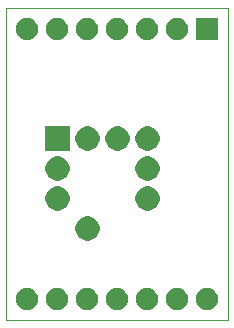
<source format=gbr>
G04 #@! TF.GenerationSoftware,KiCad,Pcbnew,(5.1.5)-3*
G04 #@! TF.CreationDate,2020-03-16T23:27:22+01:00*
G04 #@! TF.ProjectId,switch,73776974-6368-42e6-9b69-6361645f7063,rev?*
G04 #@! TF.SameCoordinates,PX18f3350PY2d4c310*
G04 #@! TF.FileFunction,Soldermask,Top*
G04 #@! TF.FilePolarity,Negative*
%FSLAX46Y46*%
G04 Gerber Fmt 4.6, Leading zero omitted, Abs format (unit mm)*
G04 Created by KiCad (PCBNEW (5.1.5)-3) date 2020-03-16 23:27:22*
%MOMM*%
%LPD*%
G04 APERTURE LIST*
%ADD10C,0.050000*%
%ADD11C,0.020000*%
G04 APERTURE END LIST*
D10*
X18796000Y26416000D02*
X0Y26416000D01*
X18796000Y0D02*
X18796000Y26416000D01*
X0Y0D02*
X18796000Y0D01*
X0Y26416000D02*
X0Y0D01*
D11*
G36*
X2051867Y2680819D02*
G01*
X2222736Y2610042D01*
X2376514Y2507291D01*
X2507291Y2376514D01*
X2610042Y2222736D01*
X2680819Y2051867D01*
X2716900Y1870474D01*
X2716900Y1685526D01*
X2680819Y1504133D01*
X2610042Y1333264D01*
X2507291Y1179486D01*
X2376514Y1048709D01*
X2222736Y945958D01*
X2051867Y875181D01*
X1870474Y839100D01*
X1685526Y839100D01*
X1504133Y875181D01*
X1333264Y945958D01*
X1179486Y1048709D01*
X1048709Y1179486D01*
X945958Y1333264D01*
X875181Y1504133D01*
X839100Y1685526D01*
X839100Y1870474D01*
X875181Y2051867D01*
X945958Y2222736D01*
X1048709Y2376514D01*
X1179486Y2507291D01*
X1333264Y2610042D01*
X1504133Y2680819D01*
X1685526Y2716900D01*
X1870474Y2716900D01*
X2051867Y2680819D01*
G37*
G36*
X4591867Y2680819D02*
G01*
X4762736Y2610042D01*
X4916514Y2507291D01*
X5047291Y2376514D01*
X5150042Y2222736D01*
X5220819Y2051867D01*
X5256900Y1870474D01*
X5256900Y1685526D01*
X5220819Y1504133D01*
X5150042Y1333264D01*
X5047291Y1179486D01*
X4916514Y1048709D01*
X4762736Y945958D01*
X4591867Y875181D01*
X4410474Y839100D01*
X4225526Y839100D01*
X4044133Y875181D01*
X3873264Y945958D01*
X3719486Y1048709D01*
X3588709Y1179486D01*
X3485958Y1333264D01*
X3415181Y1504133D01*
X3379100Y1685526D01*
X3379100Y1870474D01*
X3415181Y2051867D01*
X3485958Y2222736D01*
X3588709Y2376514D01*
X3719486Y2507291D01*
X3873264Y2610042D01*
X4044133Y2680819D01*
X4225526Y2716900D01*
X4410474Y2716900D01*
X4591867Y2680819D01*
G37*
G36*
X7131867Y2680819D02*
G01*
X7302736Y2610042D01*
X7456514Y2507291D01*
X7587291Y2376514D01*
X7690042Y2222736D01*
X7760819Y2051867D01*
X7796900Y1870474D01*
X7796900Y1685526D01*
X7760819Y1504133D01*
X7690042Y1333264D01*
X7587291Y1179486D01*
X7456514Y1048709D01*
X7302736Y945958D01*
X7131867Y875181D01*
X6950474Y839100D01*
X6765526Y839100D01*
X6584133Y875181D01*
X6413264Y945958D01*
X6259486Y1048709D01*
X6128709Y1179486D01*
X6025958Y1333264D01*
X5955181Y1504133D01*
X5919100Y1685526D01*
X5919100Y1870474D01*
X5955181Y2051867D01*
X6025958Y2222736D01*
X6128709Y2376514D01*
X6259486Y2507291D01*
X6413264Y2610042D01*
X6584133Y2680819D01*
X6765526Y2716900D01*
X6950474Y2716900D01*
X7131867Y2680819D01*
G37*
G36*
X9671867Y2680819D02*
G01*
X9842736Y2610042D01*
X9996514Y2507291D01*
X10127291Y2376514D01*
X10230042Y2222736D01*
X10300819Y2051867D01*
X10336900Y1870474D01*
X10336900Y1685526D01*
X10300819Y1504133D01*
X10230042Y1333264D01*
X10127291Y1179486D01*
X9996514Y1048709D01*
X9842736Y945958D01*
X9671867Y875181D01*
X9490474Y839100D01*
X9305526Y839100D01*
X9124133Y875181D01*
X8953264Y945958D01*
X8799486Y1048709D01*
X8668709Y1179486D01*
X8565958Y1333264D01*
X8495181Y1504133D01*
X8459100Y1685526D01*
X8459100Y1870474D01*
X8495181Y2051867D01*
X8565958Y2222736D01*
X8668709Y2376514D01*
X8799486Y2507291D01*
X8953264Y2610042D01*
X9124133Y2680819D01*
X9305526Y2716900D01*
X9490474Y2716900D01*
X9671867Y2680819D01*
G37*
G36*
X12211867Y2680819D02*
G01*
X12382736Y2610042D01*
X12536514Y2507291D01*
X12667291Y2376514D01*
X12770042Y2222736D01*
X12840819Y2051867D01*
X12876900Y1870474D01*
X12876900Y1685526D01*
X12840819Y1504133D01*
X12770042Y1333264D01*
X12667291Y1179486D01*
X12536514Y1048709D01*
X12382736Y945958D01*
X12211867Y875181D01*
X12030474Y839100D01*
X11845526Y839100D01*
X11664133Y875181D01*
X11493264Y945958D01*
X11339486Y1048709D01*
X11208709Y1179486D01*
X11105958Y1333264D01*
X11035181Y1504133D01*
X10999100Y1685526D01*
X10999100Y1870474D01*
X11035181Y2051867D01*
X11105958Y2222736D01*
X11208709Y2376514D01*
X11339486Y2507291D01*
X11493264Y2610042D01*
X11664133Y2680819D01*
X11845526Y2716900D01*
X12030474Y2716900D01*
X12211867Y2680819D01*
G37*
G36*
X17291867Y2680819D02*
G01*
X17462736Y2610042D01*
X17616514Y2507291D01*
X17747291Y2376514D01*
X17850042Y2222736D01*
X17920819Y2051867D01*
X17956900Y1870474D01*
X17956900Y1685526D01*
X17920819Y1504133D01*
X17850042Y1333264D01*
X17747291Y1179486D01*
X17616514Y1048709D01*
X17462736Y945958D01*
X17291867Y875181D01*
X17110474Y839100D01*
X16925526Y839100D01*
X16744133Y875181D01*
X16573264Y945958D01*
X16419486Y1048709D01*
X16288709Y1179486D01*
X16185958Y1333264D01*
X16115181Y1504133D01*
X16079100Y1685526D01*
X16079100Y1870474D01*
X16115181Y2051867D01*
X16185958Y2222736D01*
X16288709Y2376514D01*
X16419486Y2507291D01*
X16573264Y2610042D01*
X16744133Y2680819D01*
X16925526Y2716900D01*
X17110474Y2716900D01*
X17291867Y2680819D01*
G37*
G36*
X14751867Y2680819D02*
G01*
X14922736Y2610042D01*
X15076514Y2507291D01*
X15207291Y2376514D01*
X15310042Y2222736D01*
X15380819Y2051867D01*
X15416900Y1870474D01*
X15416900Y1685526D01*
X15380819Y1504133D01*
X15310042Y1333264D01*
X15207291Y1179486D01*
X15076514Y1048709D01*
X14922736Y945958D01*
X14751867Y875181D01*
X14570474Y839100D01*
X14385526Y839100D01*
X14204133Y875181D01*
X14033264Y945958D01*
X13879486Y1048709D01*
X13748709Y1179486D01*
X13645958Y1333264D01*
X13575181Y1504133D01*
X13539100Y1685526D01*
X13539100Y1870474D01*
X13575181Y2051867D01*
X13645958Y2222736D01*
X13748709Y2376514D01*
X13879486Y2507291D01*
X14033264Y2610042D01*
X14204133Y2680819D01*
X14385526Y2716900D01*
X14570474Y2716900D01*
X14751867Y2680819D01*
G37*
G36*
X7213533Y8745977D02*
G01*
X7213535Y8745976D01*
X7213536Y8745976D01*
X7402604Y8667661D01*
X7572762Y8553965D01*
X7717465Y8409262D01*
X7831161Y8239104D01*
X7909477Y8050033D01*
X7949400Y7849323D01*
X7949400Y7644677D01*
X7909477Y7443967D01*
X7831161Y7254896D01*
X7717465Y7084738D01*
X7572762Y6940035D01*
X7402604Y6826339D01*
X7213536Y6748024D01*
X7213535Y6748024D01*
X7213533Y6748023D01*
X7012823Y6708100D01*
X6808177Y6708100D01*
X6607467Y6748023D01*
X6607465Y6748024D01*
X6607464Y6748024D01*
X6418396Y6826339D01*
X6248238Y6940035D01*
X6103535Y7084738D01*
X5989839Y7254896D01*
X5911523Y7443967D01*
X5871600Y7644677D01*
X5871600Y7849323D01*
X5911523Y8050033D01*
X5989839Y8239104D01*
X6103535Y8409262D01*
X6248238Y8553965D01*
X6418396Y8667661D01*
X6607464Y8745976D01*
X6607465Y8745976D01*
X6607467Y8745977D01*
X6808177Y8785900D01*
X7012823Y8785900D01*
X7213533Y8745977D01*
G37*
G36*
X4673533Y11285977D02*
G01*
X4673535Y11285976D01*
X4673536Y11285976D01*
X4862604Y11207661D01*
X5032762Y11093965D01*
X5177465Y10949262D01*
X5291161Y10779104D01*
X5369477Y10590033D01*
X5409400Y10389323D01*
X5409400Y10184677D01*
X5369477Y9983967D01*
X5291161Y9794896D01*
X5177465Y9624738D01*
X5032762Y9480035D01*
X4862604Y9366339D01*
X4673536Y9288024D01*
X4673535Y9288024D01*
X4673533Y9288023D01*
X4472823Y9248100D01*
X4268177Y9248100D01*
X4067467Y9288023D01*
X4067465Y9288024D01*
X4067464Y9288024D01*
X3878396Y9366339D01*
X3708238Y9480035D01*
X3563535Y9624738D01*
X3449839Y9794896D01*
X3371523Y9983967D01*
X3331600Y10184677D01*
X3331600Y10389323D01*
X3371523Y10590033D01*
X3449839Y10779104D01*
X3563535Y10949262D01*
X3708238Y11093965D01*
X3878396Y11207661D01*
X4067464Y11285976D01*
X4067465Y11285976D01*
X4067467Y11285977D01*
X4268177Y11325900D01*
X4472823Y11325900D01*
X4673533Y11285977D01*
G37*
G36*
X12293533Y11285977D02*
G01*
X12293535Y11285976D01*
X12293536Y11285976D01*
X12482604Y11207661D01*
X12652762Y11093965D01*
X12797465Y10949262D01*
X12911161Y10779104D01*
X12989477Y10590033D01*
X13029400Y10389323D01*
X13029400Y10184677D01*
X12989477Y9983967D01*
X12911161Y9794896D01*
X12797465Y9624738D01*
X12652762Y9480035D01*
X12482604Y9366339D01*
X12293536Y9288024D01*
X12293535Y9288024D01*
X12293533Y9288023D01*
X12092823Y9248100D01*
X11888177Y9248100D01*
X11687467Y9288023D01*
X11687465Y9288024D01*
X11687464Y9288024D01*
X11498396Y9366339D01*
X11328238Y9480035D01*
X11183535Y9624738D01*
X11069839Y9794896D01*
X10991523Y9983967D01*
X10951600Y10184677D01*
X10951600Y10389323D01*
X10991523Y10590033D01*
X11069839Y10779104D01*
X11183535Y10949262D01*
X11328238Y11093965D01*
X11498396Y11207661D01*
X11687464Y11285976D01*
X11687465Y11285976D01*
X11687467Y11285977D01*
X11888177Y11325900D01*
X12092823Y11325900D01*
X12293533Y11285977D01*
G37*
G36*
X12293533Y13825977D02*
G01*
X12293535Y13825976D01*
X12293536Y13825976D01*
X12482604Y13747661D01*
X12652762Y13633965D01*
X12797465Y13489262D01*
X12911161Y13319104D01*
X12989477Y13130033D01*
X13029400Y12929323D01*
X13029400Y12724677D01*
X12989477Y12523967D01*
X12911161Y12334896D01*
X12797465Y12164738D01*
X12652762Y12020035D01*
X12482604Y11906339D01*
X12293536Y11828024D01*
X12293535Y11828024D01*
X12293533Y11828023D01*
X12092823Y11788100D01*
X11888177Y11788100D01*
X11687467Y11828023D01*
X11687465Y11828024D01*
X11687464Y11828024D01*
X11498396Y11906339D01*
X11328238Y12020035D01*
X11183535Y12164738D01*
X11069839Y12334896D01*
X10991523Y12523967D01*
X10951600Y12724677D01*
X10951600Y12929323D01*
X10991523Y13130033D01*
X11069839Y13319104D01*
X11183535Y13489262D01*
X11328238Y13633965D01*
X11498396Y13747661D01*
X11687464Y13825976D01*
X11687465Y13825976D01*
X11687467Y13825977D01*
X11888177Y13865900D01*
X12092823Y13865900D01*
X12293533Y13825977D01*
G37*
G36*
X4673533Y13825977D02*
G01*
X4673535Y13825976D01*
X4673536Y13825976D01*
X4862604Y13747661D01*
X5032762Y13633965D01*
X5177465Y13489262D01*
X5291161Y13319104D01*
X5369477Y13130033D01*
X5409400Y12929323D01*
X5409400Y12724677D01*
X5369477Y12523967D01*
X5291161Y12334896D01*
X5177465Y12164738D01*
X5032762Y12020035D01*
X4862604Y11906339D01*
X4673536Y11828024D01*
X4673535Y11828024D01*
X4673533Y11828023D01*
X4472823Y11788100D01*
X4268177Y11788100D01*
X4067467Y11828023D01*
X4067465Y11828024D01*
X4067464Y11828024D01*
X3878396Y11906339D01*
X3708238Y12020035D01*
X3563535Y12164738D01*
X3449839Y12334896D01*
X3371523Y12523967D01*
X3331600Y12724677D01*
X3331600Y12929323D01*
X3371523Y13130033D01*
X3449839Y13319104D01*
X3563535Y13489262D01*
X3708238Y13633965D01*
X3878396Y13747661D01*
X4067464Y13825976D01*
X4067465Y13825976D01*
X4067467Y13825977D01*
X4268177Y13865900D01*
X4472823Y13865900D01*
X4673533Y13825977D01*
G37*
G36*
X5409400Y14328100D02*
G01*
X3331600Y14328100D01*
X3331600Y16405900D01*
X5409400Y16405900D01*
X5409400Y14328100D01*
G37*
G36*
X12293533Y16365977D02*
G01*
X12293535Y16365976D01*
X12293536Y16365976D01*
X12482604Y16287661D01*
X12652762Y16173965D01*
X12797465Y16029262D01*
X12911161Y15859104D01*
X12989477Y15670033D01*
X13029400Y15469323D01*
X13029400Y15264677D01*
X12989477Y15063967D01*
X12911161Y14874896D01*
X12797465Y14704738D01*
X12652762Y14560035D01*
X12482604Y14446339D01*
X12293536Y14368024D01*
X12293535Y14368024D01*
X12293533Y14368023D01*
X12092823Y14328100D01*
X11888177Y14328100D01*
X11687467Y14368023D01*
X11687465Y14368024D01*
X11687464Y14368024D01*
X11498396Y14446339D01*
X11328238Y14560035D01*
X11183535Y14704738D01*
X11069839Y14874896D01*
X10991523Y15063967D01*
X10951600Y15264677D01*
X10951600Y15469323D01*
X10991523Y15670033D01*
X11069839Y15859104D01*
X11183535Y16029262D01*
X11328238Y16173965D01*
X11498396Y16287661D01*
X11687464Y16365976D01*
X11687465Y16365976D01*
X11687467Y16365977D01*
X11888177Y16405900D01*
X12092823Y16405900D01*
X12293533Y16365977D01*
G37*
G36*
X9753533Y16365977D02*
G01*
X9753535Y16365976D01*
X9753536Y16365976D01*
X9942604Y16287661D01*
X10112762Y16173965D01*
X10257465Y16029262D01*
X10371161Y15859104D01*
X10449477Y15670033D01*
X10489400Y15469323D01*
X10489400Y15264677D01*
X10449477Y15063967D01*
X10371161Y14874896D01*
X10257465Y14704738D01*
X10112762Y14560035D01*
X9942604Y14446339D01*
X9753536Y14368024D01*
X9753535Y14368024D01*
X9753533Y14368023D01*
X9552823Y14328100D01*
X9348177Y14328100D01*
X9147467Y14368023D01*
X9147465Y14368024D01*
X9147464Y14368024D01*
X8958396Y14446339D01*
X8788238Y14560035D01*
X8643535Y14704738D01*
X8529839Y14874896D01*
X8451523Y15063967D01*
X8411600Y15264677D01*
X8411600Y15469323D01*
X8451523Y15670033D01*
X8529839Y15859104D01*
X8643535Y16029262D01*
X8788238Y16173965D01*
X8958396Y16287661D01*
X9147464Y16365976D01*
X9147465Y16365976D01*
X9147467Y16365977D01*
X9348177Y16405900D01*
X9552823Y16405900D01*
X9753533Y16365977D01*
G37*
G36*
X7213533Y16365977D02*
G01*
X7213535Y16365976D01*
X7213536Y16365976D01*
X7402604Y16287661D01*
X7572762Y16173965D01*
X7717465Y16029262D01*
X7831161Y15859104D01*
X7909477Y15670033D01*
X7949400Y15469323D01*
X7949400Y15264677D01*
X7909477Y15063967D01*
X7831161Y14874896D01*
X7717465Y14704738D01*
X7572762Y14560035D01*
X7402604Y14446339D01*
X7213536Y14368024D01*
X7213535Y14368024D01*
X7213533Y14368023D01*
X7012823Y14328100D01*
X6808177Y14328100D01*
X6607467Y14368023D01*
X6607465Y14368024D01*
X6607464Y14368024D01*
X6418396Y14446339D01*
X6248238Y14560035D01*
X6103535Y14704738D01*
X5989839Y14874896D01*
X5911523Y15063967D01*
X5871600Y15264677D01*
X5871600Y15469323D01*
X5911523Y15670033D01*
X5989839Y15859104D01*
X6103535Y16029262D01*
X6248238Y16173965D01*
X6418396Y16287661D01*
X6607464Y16365976D01*
X6607465Y16365976D01*
X6607467Y16365977D01*
X6808177Y16405900D01*
X7012823Y16405900D01*
X7213533Y16365977D01*
G37*
G36*
X9671867Y25540819D02*
G01*
X9842736Y25470042D01*
X9996514Y25367291D01*
X10127291Y25236514D01*
X10230042Y25082736D01*
X10300819Y24911867D01*
X10336900Y24730474D01*
X10336900Y24545526D01*
X10300819Y24364133D01*
X10230042Y24193264D01*
X10127291Y24039486D01*
X9996514Y23908709D01*
X9842736Y23805958D01*
X9671867Y23735181D01*
X9490474Y23699100D01*
X9305526Y23699100D01*
X9124133Y23735181D01*
X8953264Y23805958D01*
X8799486Y23908709D01*
X8668709Y24039486D01*
X8565958Y24193264D01*
X8495181Y24364133D01*
X8459100Y24545526D01*
X8459100Y24730474D01*
X8495181Y24911867D01*
X8565958Y25082736D01*
X8668709Y25236514D01*
X8799486Y25367291D01*
X8953264Y25470042D01*
X9124133Y25540819D01*
X9305526Y25576900D01*
X9490474Y25576900D01*
X9671867Y25540819D01*
G37*
G36*
X2051867Y25540819D02*
G01*
X2222736Y25470042D01*
X2376514Y25367291D01*
X2507291Y25236514D01*
X2610042Y25082736D01*
X2680819Y24911867D01*
X2716900Y24730474D01*
X2716900Y24545526D01*
X2680819Y24364133D01*
X2610042Y24193264D01*
X2507291Y24039486D01*
X2376514Y23908709D01*
X2222736Y23805958D01*
X2051867Y23735181D01*
X1870474Y23699100D01*
X1685526Y23699100D01*
X1504133Y23735181D01*
X1333264Y23805958D01*
X1179486Y23908709D01*
X1048709Y24039486D01*
X945958Y24193264D01*
X875181Y24364133D01*
X839100Y24545526D01*
X839100Y24730474D01*
X875181Y24911867D01*
X945958Y25082736D01*
X1048709Y25236514D01*
X1179486Y25367291D01*
X1333264Y25470042D01*
X1504133Y25540819D01*
X1685526Y25576900D01*
X1870474Y25576900D01*
X2051867Y25540819D01*
G37*
G36*
X4591867Y25540819D02*
G01*
X4762736Y25470042D01*
X4916514Y25367291D01*
X5047291Y25236514D01*
X5150042Y25082736D01*
X5220819Y24911867D01*
X5256900Y24730474D01*
X5256900Y24545526D01*
X5220819Y24364133D01*
X5150042Y24193264D01*
X5047291Y24039486D01*
X4916514Y23908709D01*
X4762736Y23805958D01*
X4591867Y23735181D01*
X4410474Y23699100D01*
X4225526Y23699100D01*
X4044133Y23735181D01*
X3873264Y23805958D01*
X3719486Y23908709D01*
X3588709Y24039486D01*
X3485958Y24193264D01*
X3415181Y24364133D01*
X3379100Y24545526D01*
X3379100Y24730474D01*
X3415181Y24911867D01*
X3485958Y25082736D01*
X3588709Y25236514D01*
X3719486Y25367291D01*
X3873264Y25470042D01*
X4044133Y25540819D01*
X4225526Y25576900D01*
X4410474Y25576900D01*
X4591867Y25540819D01*
G37*
G36*
X7131867Y25540819D02*
G01*
X7302736Y25470042D01*
X7456514Y25367291D01*
X7587291Y25236514D01*
X7690042Y25082736D01*
X7760819Y24911867D01*
X7796900Y24730474D01*
X7796900Y24545526D01*
X7760819Y24364133D01*
X7690042Y24193264D01*
X7587291Y24039486D01*
X7456514Y23908709D01*
X7302736Y23805958D01*
X7131867Y23735181D01*
X6950474Y23699100D01*
X6765526Y23699100D01*
X6584133Y23735181D01*
X6413264Y23805958D01*
X6259486Y23908709D01*
X6128709Y24039486D01*
X6025958Y24193264D01*
X5955181Y24364133D01*
X5919100Y24545526D01*
X5919100Y24730474D01*
X5955181Y24911867D01*
X6025958Y25082736D01*
X6128709Y25236514D01*
X6259486Y25367291D01*
X6413264Y25470042D01*
X6584133Y25540819D01*
X6765526Y25576900D01*
X6950474Y25576900D01*
X7131867Y25540819D01*
G37*
G36*
X12211867Y25540819D02*
G01*
X12382736Y25470042D01*
X12536514Y25367291D01*
X12667291Y25236514D01*
X12770042Y25082736D01*
X12840819Y24911867D01*
X12876900Y24730474D01*
X12876900Y24545526D01*
X12840819Y24364133D01*
X12770042Y24193264D01*
X12667291Y24039486D01*
X12536514Y23908709D01*
X12382736Y23805958D01*
X12211867Y23735181D01*
X12030474Y23699100D01*
X11845526Y23699100D01*
X11664133Y23735181D01*
X11493264Y23805958D01*
X11339486Y23908709D01*
X11208709Y24039486D01*
X11105958Y24193264D01*
X11035181Y24364133D01*
X10999100Y24545526D01*
X10999100Y24730474D01*
X11035181Y24911867D01*
X11105958Y25082736D01*
X11208709Y25236514D01*
X11339486Y25367291D01*
X11493264Y25470042D01*
X11664133Y25540819D01*
X11845526Y25576900D01*
X12030474Y25576900D01*
X12211867Y25540819D01*
G37*
G36*
X14751867Y25540819D02*
G01*
X14922736Y25470042D01*
X15076514Y25367291D01*
X15207291Y25236514D01*
X15310042Y25082736D01*
X15380819Y24911867D01*
X15416900Y24730474D01*
X15416900Y24545526D01*
X15380819Y24364133D01*
X15310042Y24193264D01*
X15207291Y24039486D01*
X15076514Y23908709D01*
X14922736Y23805958D01*
X14751867Y23735181D01*
X14570474Y23699100D01*
X14385526Y23699100D01*
X14204133Y23735181D01*
X14033264Y23805958D01*
X13879486Y23908709D01*
X13748709Y24039486D01*
X13645958Y24193264D01*
X13575181Y24364133D01*
X13539100Y24545526D01*
X13539100Y24730474D01*
X13575181Y24911867D01*
X13645958Y25082736D01*
X13748709Y25236514D01*
X13879486Y25367291D01*
X14033264Y25470042D01*
X14204133Y25540819D01*
X14385526Y25576900D01*
X14570474Y25576900D01*
X14751867Y25540819D01*
G37*
G36*
X17956900Y23699100D02*
G01*
X16079100Y23699100D01*
X16079100Y25576900D01*
X17956900Y25576900D01*
X17956900Y23699100D01*
G37*
M02*

</source>
